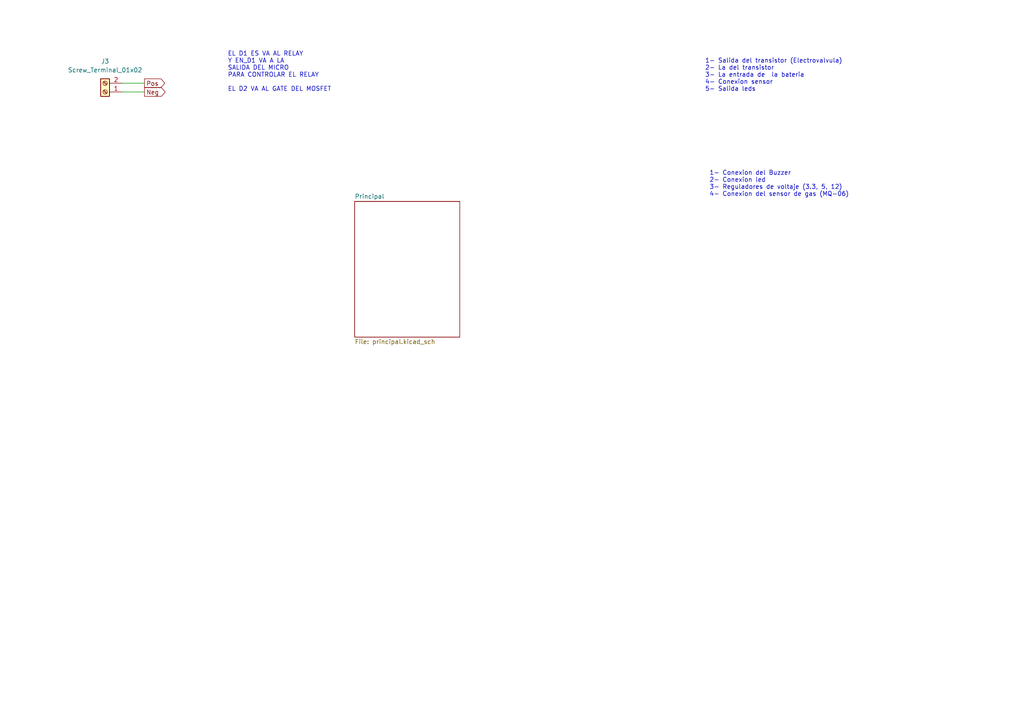
<source format=kicad_sch>
(kicad_sch (version 20230121) (generator eeschema)
  (paper "A4")
  (lib_symbols
    (symbol "Connector:Screw_Terminal_01x02" (pin_names (offset 1.016) hide)
      (property "Reference" "J" (at 0 2.54 0))
      (property "Value" "Screw_Terminal_01x02" (at 0 -5.08 0))
      (symbol "Screw_Terminal_01x02_1_1"
        (rectangle (start -1.27 1.27) (end 1.27 -3.81) (stroke (width 0.254)) (fill (type background)))
        (circle (center 0 -2.54) (radius 0.635) (stroke (width 0.1524)))
        (polyline (pts (xy -0.5334 -2.2098) (xy 0.3302 -3.048)) (stroke (width 0.1524)))
        (polyline (pts (xy -0.5334 0.3302) (xy 0.3302 -0.508)) (stroke (width 0.1524)))
        (polyline (pts (xy -0.3556 -2.032) (xy 0.508 -2.8702)) (stroke (width 0.1524)))
        (polyline (pts (xy -0.3556 0.508) (xy 0.508 -0.3302)) (stroke (width 0.1524)))
        (circle (center 0 0) (radius 0.635) (stroke (width 0.1524)))
        (pin passive line (at -5.08 0 0) (length 3.81) (name "Pin_1") (number "1"))
        (pin passive line (at -5.08 -2.54 0) (length 3.81) (name "Pin_2") (number "2"))
      )
    )
  )
  (wire (pts (xy 35.56 26.67) (xy 41.91 26.67)))
  (wire (pts (xy 35.56 24.13) (xy 41.91 24.13)))
  (text "EL D1 ES VA AL RELAY \nY EN_D1 VA A LA \nSALIDA DEL MICRO \nPARA CONTROLAR EL RELAY\n\nEL D2 VA AL GATE DEL MOSFET" (at 66.04 26.67 0) (effects (font (size 1.27 1.27)) (justify left bottom)))
  (text "1- Conexion del Buzzer\n2- Conexion led\n3- Reguladores de voltaje (3.3, 5, 12)\n4- Conexion del sensor de gas (MQ-06)\n" (at 205.74 57.15 0) (effects (font (size 1.27 1.27)) (justify left bottom)))
  (text "1- Salida del transistor (Electrovalvula)\n2- La del transistor\n3- La entrada de  la bateria\n4- Conexion sensor\n5- Salida leds" (at 204.47 26.67 0) (effects (font (size 1.27 1.27)) (justify left bottom)))
  (global_label "Pos" (shape output) (at 41.91 24.13 0) (property "Intersheetrefs" "${INTERSHEET_REFS}" (effects hide)))
  (global_label "Neg" (shape output) (at 41.91 26.67 0) (property "Intersheetrefs" "${INTERSHEET_REFS}" (effects hide)))
  (symbol (lib_id "Connector:Screw_Terminal_01x02") (at 30.48 26.67 180) (unit 1)
    (property "Reference" "J3" (at 30.48 17.78 0))
    (property "Value" "Screw_Terminal_01x02" (at 30.48 20.32 0))
    (property "Footprint" "TerminalBlock:TerminalBlock_Altech_AK300-2_P5.00mm" (effects hide))
  )
  (sheet (at 102.87 58.42) (size 30.48 39.37) (stroke (width 0.1524))
    (property "Sheetname" "Principal" (at 102.87 57.7084 0) (effects (justify left bottom)))
    (property "Sheetfile" "principal.kicad_sch" (at 102.87 98.3746 0) (effects (justify left top)))
  )
)
</source>
